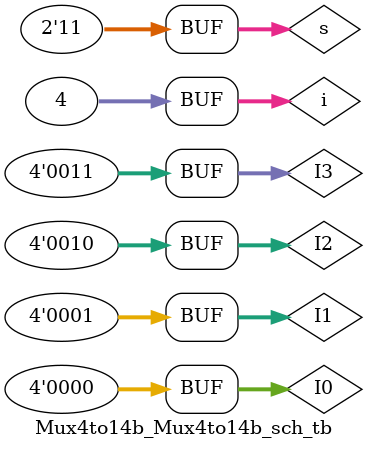
<source format=v>

`timescale 1ns / 1ps

module Mux4to14b_Mux4to14b_sch_tb();

// Inputs
   reg [1:0] s;
   reg [3:0] I0;
   reg [3:0] I1;
   reg [3:0] I2;
   reg [3:0] I3;

// Output
   wire [3:0] o;

// Bidirs

// Instantiate the UUT
   Mux4to14b UUT (
		.s(s), 
		.o(o), 
		.I0(I0), 
		.I1(I1), 
		.I2(I2), 
		.I3(I3)
   );
// Initialize Inputs
		integer i;
       initial begin
		s = 0;
		I0 = 0;
		I1 = 1;
		I2 = 2;
		I3 = 3;
		for (i=0;i<4;i=i+1)begin
			s=i;
			#50;
		end
		end
endmodule

</source>
